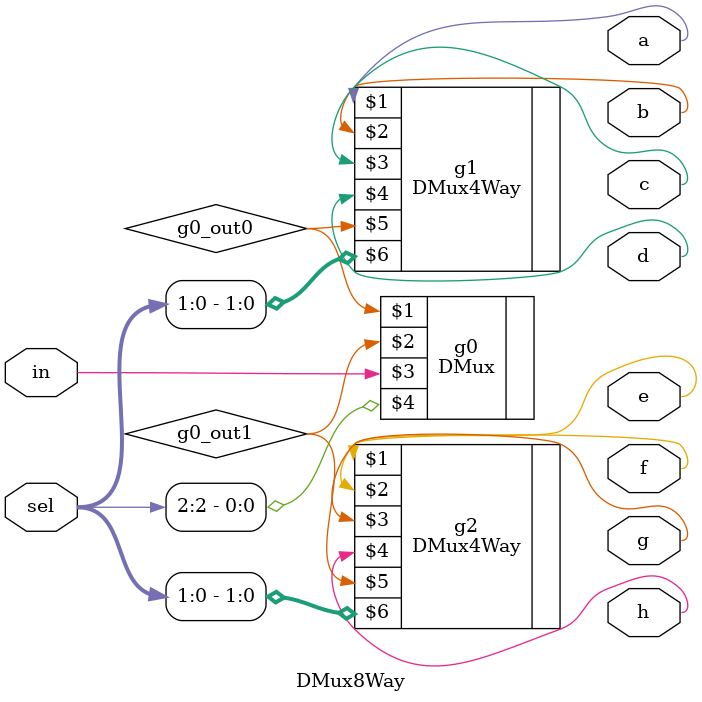
<source format=v>
module DMux8Way(a, b, c, d, e, f, g, h, in, sel);

    output a, b, c, d, e, f, g, h;
    input in;
    input[2:0] sel;
    wire g0_out0, g0_out1;

    DMux g0(g0_out0, g0_out1, in, sel[2]);
    DMux4Way g1(a, b, c, d, g0_out0, sel[1:0]);
    DMux4Way g2(e, f, g, h, g0_out1, sel[1:0]);

endmodule


</source>
